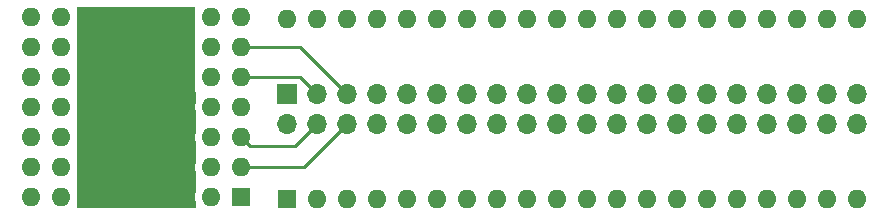
<source format=gbr>
%TF.GenerationSoftware,KiCad,Pcbnew,6.0.11*%
%TF.CreationDate,2024-12-01T18:54:20+01:00*%
%TF.ProjectId,MP6532_board_adapter,4d503635-3332-45f6-926f-6172645f6164,rev?*%
%TF.SameCoordinates,Original*%
%TF.FileFunction,Copper,L2,Bot*%
%TF.FilePolarity,Positive*%
%FSLAX46Y46*%
G04 Gerber Fmt 4.6, Leading zero omitted, Abs format (unit mm)*
G04 Created by KiCad (PCBNEW 6.0.11) date 2024-12-01 18:54:20*
%MOMM*%
%LPD*%
G01*
G04 APERTURE LIST*
%TA.AperFunction,ComponentPad*%
%ADD10R,1.700000X1.700000*%
%TD*%
%TA.AperFunction,ComponentPad*%
%ADD11O,1.700000X1.700000*%
%TD*%
%TA.AperFunction,ComponentPad*%
%ADD12R,1.600000X1.600000*%
%TD*%
%TA.AperFunction,ComponentPad*%
%ADD13O,1.600000X1.600000*%
%TD*%
%TA.AperFunction,ComponentPad*%
%ADD14O,2.000000X4.500000*%
%TD*%
%TA.AperFunction,ViaPad*%
%ADD15C,0.800000*%
%TD*%
%TA.AperFunction,Conductor*%
%ADD16C,0.250000*%
%TD*%
G04 APERTURE END LIST*
D10*
%TO.P,REF\u002A\u002A,1*%
%TO.N,N/C*%
X50750000Y-45310000D03*
D11*
%TO.P,REF\u002A\u002A,2*%
X50750000Y-47850000D03*
%TO.P,REF\u002A\u002A,3*%
%TO.N,/GLB*%
X53290000Y-45310000D03*
%TO.P,REF\u002A\u002A,4*%
%TO.N,/GLA*%
X53290000Y-47850000D03*
%TO.P,REF\u002A\u002A,5*%
%TO.N,/SHC*%
X55830000Y-45310000D03*
%TO.P,REF\u002A\u002A,6*%
%TO.N,/SHA*%
X55830000Y-47850000D03*
%TO.P,REF\u002A\u002A,7*%
%TO.N,N/C*%
X58370000Y-45310000D03*
%TO.P,REF\u002A\u002A,8*%
X58370000Y-47850000D03*
%TO.P,REF\u002A\u002A,9*%
X60910000Y-45310000D03*
%TO.P,REF\u002A\u002A,10*%
X60910000Y-47850000D03*
%TO.P,REF\u002A\u002A,11*%
X63450000Y-45310000D03*
%TO.P,REF\u002A\u002A,12*%
X63450000Y-47850000D03*
%TO.P,REF\u002A\u002A,13*%
X65990000Y-45310000D03*
%TO.P,REF\u002A\u002A,14*%
X65990000Y-47850000D03*
%TO.P,REF\u002A\u002A,15*%
X68530000Y-45310000D03*
%TO.P,REF\u002A\u002A,16*%
X68530000Y-47850000D03*
%TO.P,REF\u002A\u002A,17*%
X71070000Y-45310000D03*
%TO.P,REF\u002A\u002A,18*%
X71070000Y-47850000D03*
%TO.P,REF\u002A\u002A,19*%
X73610000Y-45310000D03*
%TO.P,REF\u002A\u002A,20*%
X73610000Y-47850000D03*
%TO.P,REF\u002A\u002A,21*%
X76150000Y-45310000D03*
%TO.P,REF\u002A\u002A,22*%
X76150000Y-47850000D03*
%TO.P,REF\u002A\u002A,23*%
X78690000Y-45310000D03*
%TO.P,REF\u002A\u002A,24*%
X78690000Y-47850000D03*
%TO.P,REF\u002A\u002A,25*%
X81230000Y-45310000D03*
%TO.P,REF\u002A\u002A,26*%
X81230000Y-47850000D03*
%TO.P,REF\u002A\u002A,27*%
X83770000Y-45310000D03*
%TO.P,REF\u002A\u002A,28*%
X83770000Y-47850000D03*
%TO.P,REF\u002A\u002A,29*%
X86310000Y-45310000D03*
%TO.P,REF\u002A\u002A,30*%
X86310000Y-47850000D03*
%TO.P,REF\u002A\u002A,31*%
X88850000Y-45310000D03*
%TO.P,REF\u002A\u002A,32*%
X88850000Y-47850000D03*
%TO.P,REF\u002A\u002A,33*%
X91390000Y-45310000D03*
%TO.P,REF\u002A\u002A,34*%
X91390000Y-47850000D03*
%TO.P,REF\u002A\u002A,35*%
X93930000Y-45310000D03*
%TO.P,REF\u002A\u002A,36*%
X93930000Y-47850000D03*
%TO.P,REF\u002A\u002A,37*%
X96470000Y-45310000D03*
%TO.P,REF\u002A\u002A,38*%
X96470000Y-47850000D03*
%TO.P,REF\u002A\u002A,39*%
X99010000Y-45310000D03*
%TO.P,REF\u002A\u002A,40*%
X99010000Y-47850000D03*
%TD*%
D12*
%TO.P,U2,1,VREG*%
%TO.N,/VREG*%
X46809991Y-54039000D03*
D13*
%TO.P,U2,2,BSTA*%
%TO.N,/BSTA*%
X44269991Y-54039000D03*
%TO.P,U2,3,SHA*%
%TO.N,/SHA*%
X46809991Y-51499000D03*
%TO.P,U2,4,GHA*%
%TO.N,/GHA*%
X44269991Y-51499000D03*
%TO.P,U2,5,GLA*%
%TO.N,/GLA*%
X46809991Y-48959000D03*
%TO.P,U2,6,BSTB*%
%TO.N,/BSTB*%
X44269991Y-48959000D03*
%TO.P,U2,7,SHB*%
%TO.N,/SHB*%
X46809991Y-46419000D03*
%TO.P,U2,8,GHB*%
%TO.N,/GHB*%
X44269991Y-46419000D03*
%TO.P,U2,9,GLB*%
%TO.N,/GLB*%
X46809991Y-43879000D03*
%TO.P,U2,10,BSTC*%
%TO.N,/BSTC*%
X44269991Y-43879000D03*
%TO.P,U2,11,SHC*%
%TO.N,/SHC*%
X46809991Y-41339000D03*
%TO.P,U2,12,GHC*%
%TO.N,/GHC*%
X44269991Y-41339000D03*
%TO.P,U2,13,GLC*%
%TO.N,/GLC*%
X46809991Y-38799000D03*
%TO.P,U2,14,LSS*%
%TO.N,LSS*%
X44269991Y-38799000D03*
%TO.P,U2,15,HC*%
%TO.N,/HC*%
X31569991Y-38799000D03*
%TO.P,U2,16,HB*%
%TO.N,/HB*%
X29029991Y-38799000D03*
%TO.P,U2,17,HA*%
%TO.N,/HA*%
X31569991Y-41339000D03*
%TO.P,U2,18,nBRAKE*%
%TO.N,/nBRAKE*%
X29029991Y-41339000D03*
%TO.P,U2,19,PWM*%
%TO.N,/PWM*%
X31569991Y-43879000D03*
%TO.P,U2,20,DIR*%
%TO.N,/DIR*%
X29029991Y-43879000D03*
%TO.P,U2,21,nFAULT*%
%TO.N,/nFAULT*%
X31569991Y-46419000D03*
%TO.P,U2,22,nSLEEP*%
%TO.N,/nSLEEP*%
X29029991Y-46419000D03*
%TO.P,U2,23,OCREF*%
%TO.N,/OCREF*%
X31569991Y-48959000D03*
%TO.P,U2,24,DT*%
%TO.N,/DT*%
X29029991Y-48959000D03*
%TO.P,U2,25,GND*%
%TO.N,GND*%
X31569991Y-51499000D03*
%TO.P,U2,26,VIN*%
%TO.N,VIN*%
X29029991Y-51499000D03*
%TO.P,U2,27,CPA*%
%TO.N,/CPA*%
X31569991Y-54039000D03*
%TO.P,U2,28,CPB*%
%TO.N,/CPB*%
X29029991Y-54039000D03*
%TD*%
D14*
%TO.P,H20,1,1*%
%TO.N,GND*%
X38037991Y-46109000D03*
%TD*%
D12*
%TO.P,REF\u002A\u002A,1*%
%TO.N,/VREG*%
X50725000Y-54225000D03*
D13*
%TO.P,REF\u002A\u002A,2*%
%TO.N,N/C*%
X53265000Y-54225000D03*
%TO.P,REF\u002A\u002A,3*%
X55805000Y-54225000D03*
%TO.P,REF\u002A\u002A,4*%
X58345000Y-54225000D03*
%TO.P,REF\u002A\u002A,5*%
X60885000Y-54225000D03*
%TO.P,REF\u002A\u002A,6*%
X63425000Y-54225000D03*
%TO.P,REF\u002A\u002A,7*%
X65965000Y-54225000D03*
%TO.P,REF\u002A\u002A,8*%
X68505000Y-54225000D03*
%TO.P,REF\u002A\u002A,9*%
X71045000Y-54225000D03*
%TO.P,REF\u002A\u002A,10*%
X73585000Y-54225000D03*
%TO.P,REF\u002A\u002A,11*%
X76125000Y-54225000D03*
%TO.P,REF\u002A\u002A,12*%
X78665000Y-54225000D03*
%TO.P,REF\u002A\u002A,13*%
X81205000Y-54225000D03*
%TO.P,REF\u002A\u002A,14*%
X83745000Y-54225000D03*
%TO.P,REF\u002A\u002A,15*%
X86285000Y-54225000D03*
%TO.P,REF\u002A\u002A,16*%
X88825000Y-54225000D03*
%TO.P,REF\u002A\u002A,17*%
X91365000Y-54225000D03*
%TO.P,REF\u002A\u002A,18*%
X93905000Y-54225000D03*
%TO.P,REF\u002A\u002A,19*%
X96445000Y-54225000D03*
%TO.P,REF\u002A\u002A,20*%
X98985000Y-54225000D03*
%TO.P,REF\u002A\u002A,21*%
X98985000Y-38985000D03*
%TO.P,REF\u002A\u002A,22*%
X96445000Y-38985000D03*
%TO.P,REF\u002A\u002A,23*%
X93905000Y-38985000D03*
%TO.P,REF\u002A\u002A,24*%
X91365000Y-38985000D03*
%TO.P,REF\u002A\u002A,25*%
X88825000Y-38985000D03*
%TO.P,REF\u002A\u002A,26*%
X86285000Y-38985000D03*
%TO.P,REF\u002A\u002A,27*%
X83745000Y-38985000D03*
%TO.P,REF\u002A\u002A,28*%
X81205000Y-38985000D03*
%TO.P,REF\u002A\u002A,29*%
X78665000Y-38985000D03*
%TO.P,REF\u002A\u002A,30*%
X76125000Y-38985000D03*
%TO.P,REF\u002A\u002A,31*%
X73585000Y-38985000D03*
%TO.P,REF\u002A\u002A,32*%
X71045000Y-38985000D03*
%TO.P,REF\u002A\u002A,33*%
X68505000Y-38985000D03*
%TO.P,REF\u002A\u002A,34*%
X65965000Y-38985000D03*
%TO.P,REF\u002A\u002A,35*%
X63425000Y-38985000D03*
%TO.P,REF\u002A\u002A,36*%
X60885000Y-38985000D03*
%TO.P,REF\u002A\u002A,37*%
X58345000Y-38985000D03*
%TO.P,REF\u002A\u002A,38*%
X55805000Y-38985000D03*
%TO.P,REF\u002A\u002A,39*%
X53265000Y-38985000D03*
%TO.P,REF\u002A\u002A,40*%
%TO.N,/GLC*%
X50725000Y-38985000D03*
%TD*%
D15*
%TO.N,GND*%
X38797991Y-48769000D03*
X37287991Y-48749000D03*
X38767991Y-43579000D03*
X37307991Y-43549000D03*
%TD*%
D16*
%TO.N,/SHA*%
X46809991Y-51499000D02*
X52181000Y-51499000D01*
X52181000Y-51499000D02*
X55830000Y-47850000D01*
%TO.N,/SHC*%
X46809991Y-41339000D02*
X51859000Y-41339000D01*
X51859000Y-41339000D02*
X55830000Y-45310000D01*
%TO.N,/GLA*%
X51381001Y-49758999D02*
X53290000Y-47850000D01*
X47609990Y-49758999D02*
X51381001Y-49758999D01*
X46809991Y-48959000D02*
X47609990Y-49758999D01*
%TO.N,/GLB*%
X46809991Y-43879000D02*
X51859000Y-43879000D01*
X51859000Y-43879000D02*
X53290000Y-45310000D01*
%TD*%
%TA.AperFunction,Conductor*%
%TO.N,GND*%
G36*
X42903434Y-37938502D02*
G01*
X42949927Y-37992158D01*
X42961312Y-38043990D01*
X42963997Y-38707204D01*
X42963519Y-38718689D01*
X42956493Y-38799000D01*
X42964295Y-38888181D01*
X42964772Y-38898618D01*
X42973825Y-41134875D01*
X42973347Y-41146353D01*
X42956972Y-41333514D01*
X42956972Y-41333525D01*
X42956493Y-41339000D01*
X42956972Y-41344475D01*
X42975076Y-41551406D01*
X42975554Y-41561878D01*
X42983831Y-43606257D01*
X42979538Y-43639380D01*
X42976448Y-43650913D01*
X42956493Y-43879000D01*
X42976448Y-44107087D01*
X42977873Y-44112405D01*
X42981777Y-44126977D01*
X42986069Y-44159077D01*
X42993961Y-46108457D01*
X42989670Y-46141569D01*
X42976448Y-46190913D01*
X42956493Y-46419000D01*
X42976448Y-46647087D01*
X42977872Y-46652400D01*
X42977872Y-46652402D01*
X42992218Y-46705942D01*
X42996510Y-46738043D01*
X43004092Y-48610642D01*
X42999799Y-48643764D01*
X42977873Y-48725591D01*
X42977871Y-48725602D01*
X42976448Y-48730913D01*
X42956493Y-48959000D01*
X42976448Y-49187087D01*
X42977872Y-49192400D01*
X42977872Y-49192402D01*
X43002659Y-49284909D01*
X43006951Y-49317010D01*
X43014222Y-51112837D01*
X43009930Y-51145956D01*
X42976448Y-51270913D01*
X42956493Y-51499000D01*
X42976448Y-51727087D01*
X42977871Y-51732397D01*
X42977871Y-51732398D01*
X43013101Y-51863876D01*
X43017393Y-51895975D01*
X43024352Y-53615033D01*
X43020061Y-53648147D01*
X42976448Y-53810913D01*
X42956493Y-54039000D01*
X42976448Y-54267087D01*
X42977871Y-54272397D01*
X42977871Y-54272398D01*
X43023542Y-54442842D01*
X43027834Y-54474944D01*
X43029488Y-54883490D01*
X43009762Y-54951691D01*
X42956295Y-54998401D01*
X42903489Y-55010000D01*
X33046000Y-55010000D01*
X32977879Y-54989998D01*
X32931386Y-54936342D01*
X32920000Y-54884000D01*
X32920000Y-38044500D01*
X32940002Y-37976379D01*
X32993658Y-37929886D01*
X33046000Y-37918500D01*
X42835313Y-37918500D01*
X42903434Y-37938502D01*
G37*
%TD.AperFunction*%
%TD*%
M02*

</source>
